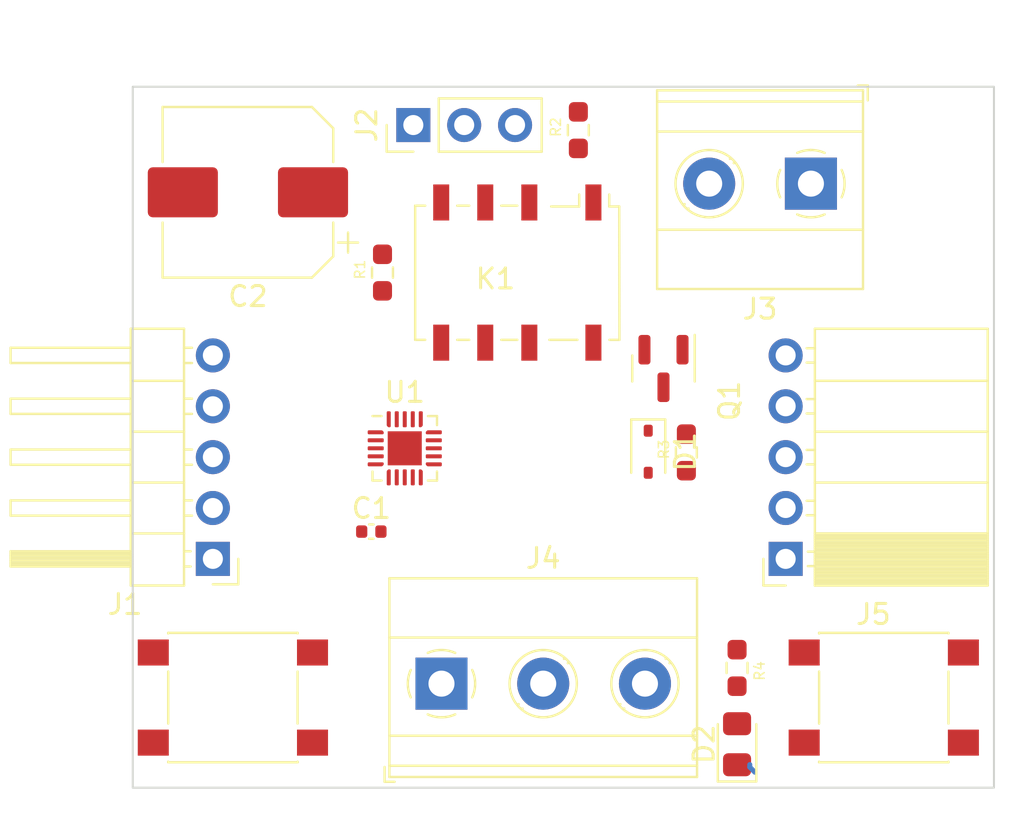
<source format=kicad_pcb>
(kicad_pcb (version 20221018) (generator pcbnew)
  (layers (0 "F.Cu" signal) (31 "B.Cu" signal) (34 "B.Paste" user) (35 "F.Paste" user) (36 "B.SilkS" user "B.Silkscreen") (37 "F.SilkS" user "F.Silkscreen") (38 "B.Mask" user) (39 "F.Mask" user) (44 "Edge.Cuts" user))
  (net 0 "")
  (net 1 "+5V")
  (net 2 "GND")
  (net 3 "Net-(D1-A)")
  (net 4 "Net-(D2-A)")
  (net 5 "/DCC_A")
  (net 6 "/DCC_B")
  (net 7 "/DCC_TTL")
  (net 8 "/servo")
  (net 9 "/FROG")
  (net 10 "/curved")
  (net 11 "/straight")
  (net 15 "Net-(Q1-B)")
  (net 16 "/relay")
  (net 17 "/LED")
  (net 27 "Net-(U1-~{RESET}{slash}PA0)")
  (net 28 "/up")
  (net 29 "/down")
  (footprint "custom_kicad_lib_sk:R_0603_smalltext" (layer "F.Cu") (at 104.47 140.279 90)
    (fp_text reference "R1" (at 0.15 -1.125 90) (layer "F.SilkS") (effects (font (size 0.5 0.5) (thickness 0.075))))
    (fp_text value "10k")
    (fp_line (start -0.254724 -0.5225) (end 0.254724 -0.5225) (stroke (width 0.12)) (layer "F.SilkS"))
    (fp_line (start -0.254724 0.5225) (end 0.254724 0.5225) (stroke (width 0.12)) (layer "F.SilkS"))
    (pad "1" smd roundrect (at -0.9125 0 90) (size 0.975 0.95) (layers "F.Cu" "F.Paste" "F.Mask") (net 27 "Net-(U1-~{RESET}{slash}PA0)"))
    (pad "2" smd roundrect (at 0.9125 0 90) (size 0.975 0.95) (layers "F.Cu" "F.Paste" "F.Mask") (net 1 "+5V"))
  )
  (footprint "custom_kicad_lib_sk:tactile_SMD_6mm" (layer "F.Cu") (at 97 161.5)
    (fp_text reference "SW102" hide)
    (fp_text value "down")
    (fp_line (start -3.23 -3.23) (end 3.23 -3.23) (stroke (width 0.12)) (layer "F.SilkS"))
    (fp_line (start -3.23 -3.2) (end -3.23 -3.23) (stroke (width 0.12)) (layer "F.SilkS"))
    (fp_line (start -3.23 -1.3) (end -3.23 1.3) (stroke (width 0.12)) (layer "F.SilkS"))
    (fp_line (start -3.23 3.23) (end -3.23 3.2) (stroke (width 0.12)) (layer "F.SilkS"))
    (fp_line (start -3.23 3.23) (end 3.23 3.23) (stroke (width 0.12)) (layer "F.SilkS"))
    (fp_line (start 3.23 -3.23) (end 3.23 -3.2) (stroke (width 0.12)) (layer "F.SilkS"))
    (fp_line (start 3.23 -1.3) (end 3.23 1.3) (stroke (width 0.12)) (layer "F.SilkS"))
    (fp_line (start 3.23 3.23) (end 3.23 3.2) (stroke (width 0.12)) (layer "F.SilkS"))
    (pad "1" smd rect (at -3.975 -2.25) (size 1.55 1.3) (layers "F.Cu" "F.Paste" "F.Mask") (net 29 "/down"))
    (pad "1" smd rect (at 3.975 -2.25) (size 1.55 1.3) (layers "F.Cu" "F.Paste" "F.Mask") (net 29 "/down"))
    (pad "2" smd rect (at -3.975 2.25) (size 1.55 1.3) (layers "F.Cu" "F.Paste" "F.Mask") (net 2 "GND"))
    (pad "2" smd rect (at 3.975 2.25) (size 1.55 1.3) (layers "F.Cu" "F.Paste" "F.Mask") (net 2 "GND"))
  )
  (footprint "custom_kicad_lib_sk:R_0603_smalltext" (layer "F.Cu") (at 114.249 133.167 90)
    (fp_text reference "R2" (at 0.15 -1.125 90) (layer "F.SilkS") (effects (font (size 0.5 0.5) (thickness 0.075))))
    (fp_text value "10k")
    (fp_line (start -0.254724 -0.5225) (end 0.254724 -0.5225) (stroke (width 0.12)) (layer "F.SilkS"))
    (fp_line (start -0.254724 0.5225) (end 0.254724 0.5225) (stroke (width 0.12)) (layer "F.SilkS"))
    (pad "1" smd roundrect (at -0.9125 0 90) (size 0.975 0.95) (layers "F.Cu" "F.Paste" "F.Mask") (net 1 "+5V"))
    (pad "2" smd roundrect (at 0.9125 0 90) (size 0.975 0.95) (layers "F.Cu" "F.Paste" "F.Mask") (net 8 "/servo"))
  )
  (footprint "custom_kicad_lib_sk:tactile_SMD_6mm" (layer "F.Cu") (at 129.5 161.5)
    (fp_text reference "SW101" hide)
    (fp_text value "up")
    (fp_line (start -3.23 -3.23) (end 3.23 -3.23) (stroke (width 0.12)) (layer "F.SilkS"))
    (fp_line (start -3.23 -3.2) (end -3.23 -3.23) (stroke (width 0.12)) (layer "F.SilkS"))
    (fp_line (start -3.23 -1.3) (end -3.23 1.3) (stroke (width 0.12)) (layer "F.SilkS"))
    (fp_line (start -3.23 3.23) (end -3.23 3.2) (stroke (width 0.12)) (layer "F.SilkS"))
    (fp_line (start -3.23 3.23) (end 3.23 3.23) (stroke (width 0.12)) (layer "F.SilkS"))
    (fp_line (start 3.23 -3.23) (end 3.23 -3.2) (stroke (width 0.12)) (layer "F.SilkS"))
    (fp_line (start 3.23 -1.3) (end 3.23 1.3) (stroke (width 0.12)) (layer "F.SilkS"))
    (fp_line (start 3.23 3.23) (end 3.23 3.2) (stroke (width 0.12)) (layer "F.SilkS"))
    (pad "1" smd rect (at -3.975 -2.25) (size 1.55 1.3) (layers "F.Cu" "F.Paste" "F.Mask") (net 28 "/up"))
    (pad "1" smd rect (at 3.975 -2.25) (size 1.55 1.3) (layers "F.Cu" "F.Paste" "F.Mask") (net 28 "/up"))
    (pad "2" smd rect (at -3.975 2.25) (size 1.55 1.3) (layers "F.Cu" "F.Paste" "F.Mask") (net 2 "GND"))
    (pad "2" smd rect (at 3.975 2.25) (size 1.55 1.3) (layers "F.Cu" "F.Paste" "F.Mask") (net 2 "GND"))
  )
  (footprint "Relay_SMD:Relay_DPDT_Omron_G6K-2F-Y" (layer "F.Cu") (at 111.201 140.279 -90)
    (fp_text reference "K1" (at 0.31 1.092 -180) (layer "F.SilkS"))
    (fp_text value "G6K-2F-Y-TR DC5")
    (fp_line (start -3.34 0.8) (end -3.34 0) (stroke (width 0.12)) (layer "F.SilkS"))
    (fp_line (start -3.34 3) (end -3.34 2.4) (stroke (width 0.12)) (layer "F.SilkS"))
    (fp_line (start -3.34 5.1) (end -3.34 4.6) (stroke (width 0.12)) (layer "F.SilkS"))
    (fp_line (start -3.3 -5.09) (end -3.3 -4.59) (stroke (width 0.12)) (layer "F.SilkS"))
    (fp_line (start -3.3 -5.09) (end 3.36 -5.1) (stroke (width 0.12)) (layer "F.SilkS"))
    (fp_line (start -3.3 -4.59) (end -3.9 -4.59) (stroke (width 0.12)) (layer "F.SilkS"))
    (fp_line (start -3.3 -3.09) (end -3.9 -3.09) (stroke (width 0.12)) (layer "F.SilkS"))
    (fp_line (start -3.3 -1.69) (end -3.3 -3.09) (stroke (width 0.12)) (layer "F.SilkS"))
    (fp_line (start 3.36 -5.1) (end 3.36 -4.6) (stroke (width 0.12)) (layer "F.SilkS"))
    (fp_line (start 3.36 -3) (end 3.36 -1.6) (stroke (width 0.12)) (layer "F.SilkS"))
    (fp_line (start 3.36 0) (end 3.36 0.8) (stroke (width 0.12)) (layer "F.SilkS"))
    (fp_line (start 3.36 2.4) (end 3.36 3) (stroke (width 0.12)) (layer "F.SilkS"))
    (fp_line (start 3.36 4.6) (end 3.36 5.1) (stroke (width 0.12)) (layer "F.SilkS"))
    (fp_line (start 3.36 5.1) (end -3.34 5.1) (stroke (width 0.12)) (layer "F.SilkS"))
    (pad "1" smd rect (at -3.5 -3.8 270) (size 1.8 0.8) (layers "F.Cu" "F.Paste" "F.Mask") (net 1 "+5V"))
    (pad "2" smd rect (at -3.5 -0.6 270) (size 1.8 0.8) (layers "F.Cu" "F.Paste" "F.Mask") (net 5 "/DCC_A"))
    (pad "3" smd rect (at -3.5 1.6 270) (size 1.8 0.8) (layers "F.Cu" "F.Paste" "F.Mask") (net 9 "/FROG"))
    (pad "4" smd rect (at -3.5 3.8 270) (size 1.8 0.8) (layers "F.Cu" "F.Paste" "F.Mask") (net 6 "/DCC_B"))
    (pad "5" smd rect (at 3.5 3.8 270) (size 1.8 0.8) (layers "F.Cu" "F.Paste" "F.Mask"))
    (pad "6" smd rect (at 3.5 1.6 270) (size 1.8 0.8) (layers "F.Cu" "F.Paste" "F.Mask"))
    (pad "7" smd rect (at 3.5 -0.6 270) (size 1.8 0.8) (layers "F.Cu" "F.Paste" "F.Mask"))
    (pad "8" smd rect (at 3.5 -3.8 270) (size 1.8 0.8) (layers "F.Cu" "F.Paste" "F.Mask") (net 3 "Net-(D1-A)"))
  )
  (footprint "custom_kicad_lib_sk:VQFN-20-1EP_3x3mm_P0.4mm_EP1.7x1.7mm" (layer "F.Cu") (at 105.581 149.054)
    (fp_text reference "U1" (at 0 -2.8) (layer "F.SilkS"))
    (fp_text value "ATtiny1616-M")
    (fp_line (start -1.61 1.61) (end -1.61 1.16) (stroke (width 0.12)) (layer "F.SilkS"))
    (fp_line (start -1.16 -1.61) (end -1.61 -1.61) (stroke (width 0.12)) (layer "F.SilkS"))
    (fp_line (start -1.16 1.61) (end -1.61 1.61) (stroke (width 0.12)) (layer "F.SilkS"))
    (fp_line (start 1.16 -1.61) (end 1.61 -1.61) (stroke (width 0.12)) (layer "F.SilkS"))
    (fp_line (start 1.16 1.61) (end 1.61 1.61) (stroke (width 0.12)) (layer "F.SilkS"))
    (fp_line (start 1.61 -1.61) (end 1.61 -1.16) (stroke (width 0.12)) (layer "F.SilkS"))
    (fp_line (start 1.61 1.61) (end 1.61 1.16) (stroke (width 0.12)) (layer "F.SilkS"))
    (pad "1" smd custom (at -1.45 -0.8) (size 0.143431 0.143431) (layers "F.Cu" "F.Paste" "F.Mask") (net 7 "/DCC_TTL") (options (clearance outline) (anchor circle)) (primitives (gr_poly (pts (xy 0.35 0.000711) (xy 0.35 0.05) (xy -0.35 0.05) (xy -0.35 -0.05) (xy 0.299289 -0.05)) (width 0.1) (fill yes))))
    (pad "2" smd roundrect (at -1.45 -0.4) (size 0.8 0.2) (layers "F.Cu" "F.Paste" "F.Mask") (net 29 "/down"))
    (pad "3" smd roundrect (at -1.45 0) (size 0.8 0.2) (layers "F.Cu" "F.Paste" "F.Mask") (net 2 "GND"))
    (pad "4" smd roundrect (at -1.45 0.4) (size 0.8 0.2) (layers "F.Cu" "F.Paste" "F.Mask") (net 1 "+5V"))
    (pad "5" smd custom (at -1.45 0.8) (size 0.143431 0.143431) (layers "F.Cu" "F.Paste" "F.Mask") (net 28 "/up") (options (clearance outline) (anchor circle)) (primitives (gr_poly (pts (xy 0.35 -0.000711) (xy 0.299289 0.05) (xy -0.35 0.05) (xy -0.35 -0.05) (xy 0.35 -0.05)) (width 0.1) (fill yes))))
    (pad "6" smd custom (at -0.8 1.45) (size 0.143431 0.143431) (layers "F.Cu" "F.Paste" "F.Mask") (net 17 "/LED") (options (clearance outline) (anchor circle)) (primitives (gr_poly (pts (xy 0.05 0.35) (xy -0.05 0.35) (xy -0.05 -0.299289) (xy 0.000711 -0.35) (xy 0.05 -0.35)) (width 0.1) (fill yes))))
    (pad "7" smd roundrect (at -0.4 1.45) (size 0.2 0.8) (layers "F.Cu" "F.Paste" "F.Mask") (net 8 "/servo"))
    (pad "8" smd roundrect (at 0 1.45) (size 0.2 0.8) (layers "F.Cu" "F.Paste" "F.Mask") (net 11 "/straight"))
    (pad "9" smd roundrect (at 0.4 1.45) (size 0.2 0.8) (layers "F.Cu" "F.Paste" "F.Mask"))
    (pad "10" smd custom (at 0.8 1.45) (size 0.143431 0.143431) (layers "F.Cu" "F.Paste" "F.Mask") (options (clearance outline) (anchor circle)) (primitives (gr_poly (pts (xy 0.05 -0.299289) (xy 0.05 0.35) (xy -0.05 0.35) (xy -0.05 -0.35) (xy -0.000711 -0.35)) (width 0.1) (fill yes))))
    (pad "11" smd custom (at 1.45 0.8) (size 0.143431 0.143431) (layers "F.Cu" "F.Paste" "F.Mask") (options (clearance outline) (anchor circle)) (primitives (gr_poly (pts (xy 0.35 0.05) (xy -0.299289 0.05) (xy -0.35 -0.000711) (xy -0.35 -0.05) (xy 0.35 -0.05)) (width 0.1) (fill yes))))
    (pad "12" smd roundrect (at 1.45 0.4) (size 0.8 0.2) (layers "F.Cu" "F.Paste" "F.Mask"))
    (pad "13" smd roundrect (at 1.45 0) (size 0.8 0.2) (layers "F.Cu" "F.Paste" "F.Mask"))
    (pad "14" smd roundrect (at 1.45 -0.4) (size 0.8 0.2) (layers "F.Cu" "F.Paste" "F.Mask") (net 10 "/curved"))
    (pad "15" smd custom (at 1.45 -0.8) (size 0.143431 0.143431) (layers "F.Cu" "F.Paste" "F.Mask") (options (clearance outline) (anchor circle)) (primitives (gr_poly (pts (xy 0.35 0.05) (xy -0.35 0.05) (xy -0.35 0.000711) (xy -0.299289 -0.05) (xy 0.35 -0.05)) (width 0.1) (fill yes))))
    (pad "16" smd custom (at 0.8 -1.45) (size 0.143431 0.143431) (layers "F.Cu" "F.Paste" "F.Mask") (options (clearance outline) (anchor circle)) (primitives (gr_poly (pts (xy 0.05 0.299289) (xy -0.000711 0.35) (xy -0.05 0.35) (xy -0.05 -0.35) (xy 0.05 -0.35)) (width 0.1) (fill yes))))
    (pad "17" smd roundrect (at 0.4 -1.45) (size 0.2 0.8) (layers "F.Cu" "F.Paste" "F.Mask"))
    (pad "18" smd roundrect (at 0 -1.45) (size 0.2 0.8) (layers "F.Cu" "F.Paste" "F.Mask"))
    (pad "19" smd roundrect (at -0.4 -1.45) (size 0.2 0.8) (layers "F.Cu" "F.Paste" "F.Mask") (net 27 "Net-(U1-~{RESET}{slash}PA0)"))
    (pad "20" smd custom (at -0.8 -1.45) (size 0.143431 0.143431) (layers "F.Cu" "F.Paste" "F.Mask") (net 16 "/relay") (options (clearance outline) (anchor circle)) (primitives (gr_poly (pts (xy 0.05 0.35) (xy 0.000711 0.35) (xy -0.05 0.299289) (xy -0.05 -0.35) (xy 0.05 -0.35)) (width 0.1) (fill yes))))
    (pad "21" smd rect (at 0 0) (size 1.7 1.7) (layers "F.Cu" "F.Mask") (net 2 "GND"))
  )
  (footprint "LED_SMD:LED_0805_2012Metric_Pad1.15x1.40mm_HandSolder" (layer "F.Cu") (at 122.174 163.83 90)
    (fp_text reference "D2" (at 0 -1.65 90) (layer "F.SilkS"))
    (fp_text value "LED")
    (fp_line (start -1.86 -0.96) (end -1.86 0.96) (stroke (width 0.12)) (layer "F.SilkS"))
    (fp_line (start -1.86 0.96) (end 1 0.96) (stroke (width 0.12)) (layer "F.SilkS"))
    (fp_line (start 1 -0.96) (end -1.86 -0.96) (stroke (width 0.12)) (layer "F.SilkS"))
    (pad "1" smd roundrect (at -1.025 0 90) (size 1.15 1.4) (layers "F.Cu" "F.Paste" "F.Mask") (roundrect_rratio 0.217391) (net 2 "GND"))
    (pad "2" smd roundrect (at 1.025 0 90) (size 1.15 1.4) (layers "F.Cu" "F.Paste" "F.Mask") (roundrect_rratio 0.217391) (net 4 "Net-(D2-A)"))
  )
  (footprint "TerminalBlock_Phoenix:TerminalBlock_Phoenix_MKDS-1,5-3-5.08_1x03_P5.08mm_Horizontal" (layer "F.Cu") (at 107.415 160.805)
    (fp_text reference "J4" (at 5.08 -6.26) (layer "F.SilkS"))
    (fp_text value "Screw_Terminal_01x03")
    (fp_line (start -2.84 4.16) (end -2.84 4.9) (stroke (width 0.12)) (layer "F.SilkS"))
    (fp_line (start -2.84 4.9) (end -2.34 4.9) (stroke (width 0.12)) (layer "F.SilkS"))
    (fp_line (start -2.6 -5.261) (end -2.6 4.66) (stroke (width 0.12)) (layer "F.SilkS"))
    (fp_line (start -2.6 -5.261) (end 12.76 -5.261) (stroke (width 0.12)) (layer "F.SilkS"))
    (fp_line (start -2.6 -2.301) (end 12.76 -2.301) (stroke (width 0.12)) (layer "F.SilkS"))
    (fp_line (start -2.6 2.6) (end 12.76 2.6) (stroke (width 0.12)) (layer "F.SilkS"))
    (fp_line (start -2.6 4.1) (end 12.76 4.1) (stroke (width 0.12)) (layer "F.SilkS"))
    (fp_line (start -2.6 4.66) (end 12.76 4.66) (stroke (width 0.12)) (layer "F.SilkS"))
    (fp_line (start 3.853 1.023) (end 3.806 1.069) (stroke (width 0.12)) (layer "F.SilkS"))
    (fp_line (start 4.046 1.239) (end 4.011 1.274) (stroke (width 0.12)) (layer "F.SilkS"))
    (fp_line (start 6.15 -1.275) (end 6.115 -1.239) (stroke (width 0.12)) (layer "F.SilkS"))
    (fp_line (start 6.355 -1.069) (end 6.308 -1.023) (stroke (width 0.12)) (layer "F.SilkS"))
    (fp_line (start 8.933 1.023) (end 8.886 1.069) (stroke (width 0.12)) (layer "F.SilkS"))
    (fp_line (start 9.126 1.239) (end 9.091 1.274) (stroke (width 0.12)) (layer "F.SilkS"))
    (fp_line (start 11.23 -1.275) (end 11.195 -1.239) (stroke (width 0.12)) (layer "F.SilkS"))
    (fp_line (start 11.435 -1.069) (end 11.388 -1.023) (stroke (width 0.12)) (layer "F.SilkS"))
    (fp_line (start 12.76 -5.261) (end 12.76 4.66) (stroke (width 0.12)) (layer "F.SilkS"))
    (fp_arc (start -1.535427 0.683042) (mid -1.680501 -0.000524) (end -1.535 -0.684) (stroke (width 0.12)) (layer "F.SilkS"))
    (fp_arc (start -0.683042 -1.535427) (mid 0.000524 -1.680501) (end 0.684 -1.535) (stroke (width 0.12)) (layer "F.SilkS"))
    (fp_arc (start 0.028805 1.680253) (mid -0.335551 1.646659) (end -0.684 1.535) (stroke (width 0.12)) (layer "F.SilkS"))
    (fp_arc (start 0.683318 1.534756) (mid 0.349292 1.643288) (end 0 1.68) (stroke (width 0.12)) (layer "F.SilkS"))
    (fp_arc (start 1.535427 -0.683042) (mid 1.680501 0.000524) (end 1.535 0.684) (stroke (width 0.12)) (layer "F.SilkS"))
    (fp_circle (center 5.08 0) (end 6.76 0) (stroke (width 0.12)) (fill none) (layer "F.SilkS"))
    (fp_circle (center 10.16 0) (end 11.84 0) (stroke (width 0.12)) (fill none) (layer "F.SilkS"))
    (pad "1" thru_hole rect (at 0 0) (size 2.6 2.6) (drill 1.3) (layers "*.Cu" "*.Mask") (net 10 "/curved"))
    (pad "2" thru_hole circle (at 5.08 0) (size 2.6 2.6) (drill 1.3) (layers "*.Cu" "*.Mask") (net 2 "GND"))
    (pad "3" thru_hole circle (at 10.16 0) (size 2.6 2.6) (drill 1.3) (layers "*.Cu" "*.Mask") (net 11 "/straight"))
  )
  (footprint "Capacitor_SMD:CP_Elec_8x10" (layer "F.Cu") (at 97.75 136.271 180)
    (fp_text reference "C2" (at 0 -5.2) (layer "F.SilkS"))
    (fp_text value "C_Polarized")
    (fp_line (start -5.5 -2.51) (end -4.5 -2.51) (stroke (width 0.12)) (layer "F.SilkS"))
    (fp_line (start -5 -3.01) (end -5 -2.01) (stroke (width 0.12)) (layer "F.SilkS"))
    (fp_line (start -4.26 -3.195563) (end -4.26 -1.51) (stroke (width 0.12)) (layer "F.SilkS"))
    (fp_line (start -4.26 -3.195563) (end -3.195563 -4.26) (stroke (width 0.12)) (layer "F.SilkS"))
    (fp_line (start -4.26 3.195563) (end -4.26 1.51) (stroke (width 0.12)) (layer "F.SilkS"))
    (fp_line (start -4.26 3.195563) (end -3.195563 4.26) (stroke (width 0.12)) (layer "F.SilkS"))
    (fp_line (start -3.195563 -4.26) (end 4.26 -4.26) (stroke (width 0.12)) (layer "F.SilkS"))
    (fp_line (start -3.195563 4.26) (end 4.26 4.26) (stroke (width 0.12)) (layer "F.SilkS"))
    (fp_line (start 4.26 -4.26) (end 4.26 -1.51) (stroke (width 0.12)) (layer "F.SilkS"))
    (fp_line (start 4.26 4.26) (end 4.26 1.51) (stroke (width 0.12)) (layer "F.SilkS"))
    (pad "1" smd roundrect (at -3.25 0 180) (size 3.5 2.5) (layers "F.Cu" "F.Paste" "F.Mask") (roundrect_rratio 0.1) (net 1 "+5V"))
    (pad "2" smd roundrect (at 3.25 0 180) (size 3.5 2.5) (layers "F.Cu" "F.Paste" "F.Mask") (roundrect_rratio 0.1) (net 2 "GND"))
  )
  (footprint "Connector_PinSocket_2.54mm:PinSocket_1x05_P2.54mm_Horizontal" (layer "F.Cu") (at 124.6 154.575 180)
    (fp_text reference "J5" (at -4.38 -2.77) (layer "F.SilkS"))
    (fp_text value "Conn_01x05_Socket")
    (fp_line (start -10.09 -1.33) (end -10.09 11.49) (stroke (width 0.12)) (layer "F.SilkS"))
    (fp_line (start -10.09 -1.33) (end -1.46 -1.33) (stroke (width 0.12)) (layer "F.SilkS"))
    (fp_line (start -10.09 -1.21) (end -1.46 -1.21) (stroke (width 0.12)) (layer "F.SilkS"))
    (fp_line (start -10.09 -1.091905) (end -1.46 -1.091905) (stroke (width 0.12)) (layer "F.SilkS"))
    (fp_line (start -10.09 -0.97381) (end -1.46 -0.97381) (stroke (width 0.12)) (layer "F.SilkS"))
    (fp_line (start -10.09 -0.855715) (end -1.46 -0.855715) (stroke (width 0.12)) (layer "F.SilkS"))
    (fp_line (start -10.09 -0.73762) (end -1.46 -0.73762) (stroke (width 0.12)) (layer "F.SilkS"))
    (fp_line (start -10.09 -0.619525) (end -1.46 -0.619525) (stroke (width 0.12)) (layer "F.SilkS"))
    (fp_line (start -10.09 -0.50143) (end -1.46 -0.50143) (stroke (width 0.12)) (layer "F.SilkS"))
    (fp_line (start -10.09 -0.383335) (end -1.46 -0.383335) (stroke (width 0.12)) (layer "F.SilkS"))
    (fp_line (start -10.09 -0.26524) (end -1.46 -0.26524) (stroke (width 0.12)) (layer "F.SilkS"))
    (fp_line (start -10.09 -0.147145) (end -1.46 -0.147145) (stroke (width 0.12)) (layer "F.SilkS"))
    (fp_line (start -10.09 -0.02905) (end -1.46 -0.02905) (stroke (width 0.12)) (layer "F.SilkS"))
    (fp_line (start -10.09 0.089045) (end -1.46 0.089045) (stroke (width 0.12)) (layer "F.SilkS"))
    (fp_line (start -10.09 0.20714) (end -1.46 0.20714) (stroke (width 0.12)) (layer "F.SilkS"))
    (fp_line (start -10.09 0.325235) (end -1.46 0.325235) (stroke (width 0.12)) (layer "F.SilkS"))
    (fp_line (start -10.09 0.44333) (end -1.46 0.44333) (stroke (width 0.12)) (layer "F.SilkS"))
    (fp_line (start -10.09 0.561425) (end -1.46 0.561425) (stroke (width 0.12)) (layer "F.SilkS"))
    (fp_line (start -10.09 0.67952) (end -1.46 0.67952) (stroke (width 0.12)) (layer "F.SilkS"))
    (fp_line (start -10.09 0.797615) (end -1.46 0.797615) (stroke (width 0.12)) (layer "F.SilkS"))
    (fp_line (start -10.09 0.91571) (end -1.46 0.91571) (stroke (width 0.12)) (layer "F.SilkS"))
    (fp_line (start -10.09 1.033805) (end -1.46 1.033805) (stroke (width 0.12)) (layer "F.SilkS"))
    (fp_line (start -10.09 1.1519) (end -1.46 1.1519) (stroke (width 0.12)) (layer "F.SilkS"))
    (fp_line (start -10.09 1.27) (end -1.46 1.27) (stroke (width 0.12)) (layer "F.SilkS"))
    (fp_line (start -10.09 3.81) (end -1.46 3.81) (stroke (width 0.12)) (layer "F.SilkS"))
    (fp_line (start -10.09 6.35) (end -1.46 6.35) (stroke (width 0.12)) (layer "F.SilkS"))
    (fp_line (start -10.09 8.89) (end -1.46 8.89) (stroke (width 0.12)) (layer "F.SilkS"))
    (fp_line (start -10.09 11.49) (end -1.46 11.49) (stroke (width 0.12)) (layer "F.SilkS"))
    (fp_line (start -1.46 -1.33) (end -1.46 11.49) (stroke (width 0.12)) (layer "F.SilkS"))
    (fp_line (start -1.46 -0.36) (end -1.11 -0.36) (stroke (width 0.12)) (layer "F.SilkS"))
    (fp_line (start -1.46 0.36) (end -1.11 0.36) (stroke (width 0.12)) (layer "F.SilkS"))
    (fp_line (start -1.46 2.18) (end -1.05 2.18) (stroke (width 0.12)) (layer "F.SilkS"))
    (fp_line (start -1.46 2.9) (end -1.05 2.9) (stroke (width 0.12)) (layer "F.SilkS"))
    (fp_line (start -1.46 4.72) (end -1.05 4.72) (stroke (width 0.12)) (layer "F.SilkS"))
    (fp_line (start -1.46 5.44) (end -1.05 5.44) (stroke (width 0.12)) (layer "F.SilkS"))
    (fp_line (start -1.46 7.26) (end -1.05 7.26) (stroke (width 0.12)) (layer "F.SilkS"))
    (fp_line (start -1.46 7.98) (end -1.05 7.98) (stroke (width 0.12)) (layer "F.SilkS"))
    (fp_line (start -1.46 9.8) (end -1.05 9.8) (stroke (width 0.12)) (layer "F.SilkS"))
    (fp_line (start -1.46 10.52) (end -1.05 10.52) (stroke (width 0.12)) (layer "F.SilkS"))
    (fp_line (start 0 -1.33) (end 1.11 -1.33) (stroke (width 0.12)) (layer "F.SilkS"))
    (fp_line (start 1.11 -1.33) (end 1.11 0) (stroke (width 0.12)) (layer "F.SilkS"))
    (pad "1" thru_hole rect (at 0 0 180) (size 1.7 1.7) (drill 1) (layers "*.Cu" "*.Mask") (net 5 "/DCC_A"))
    (pad "2" thru_hole oval (at 0 2.54 180) (size 1.7 1.7) (drill 1) (layers "*.Cu" "*.Mask") (net 6 "/DCC_B"))
    (pad "3" thru_hole oval (at 0 5.08 180) (size 1.7 1.7) (drill 1) (layers "*.Cu" "*.Mask") (net 1 "+5V"))
    (pad "4" thru_hole oval (at 0 7.62 180) (size 1.7 1.7) (drill 1) (layers "*.Cu" "*.Mask") (net 2 "GND"))
    (pad "5" thru_hole oval (at 0 10.16 180) (size 1.7 1.7) (drill 1) (layers "*.Cu" "*.Mask") (net 7 "/DCC_TTL"))
  )
  (footprint "Connector_PinHeader_2.54mm:PinHeader_1x03_P2.54mm_Vertical" (layer "F.Cu") (at 106.009 132.913 90)
    (fp_text reference "J2" (at 0 -2.33 90) (layer "F.SilkS"))
    (fp_text value "Conn_01x03_Pin")
    (fp_line (start -1.33 -1.33) (end 0 -1.33) (stroke (width 0.12)) (layer "F.SilkS"))
    (fp_line (start -1.33 0) (end -1.33 -1.33) (stroke (width 0.12)) (layer "F.SilkS"))
    (fp_line (start -1.33 1.27) (end -1.33 6.41) (stroke (width 0.12)) (layer "F.SilkS"))
    (fp_line (start -1.33 1.27) (end 1.33 1.27) (stroke (width 0.12)) (layer "F.SilkS"))
    (fp_line (start -1.33 6.41) (end 1.33 6.41) (stroke (width 0.12)) (layer "F.SilkS"))
    (fp_line (start 1.33 1.27) (end 1.33 6.41) (stroke (width 0.12)) (layer "F.SilkS"))
    (pad "1" thru_hole rect (at 0 0 90) (size 1.7 1.7) (drill 1) (layers "*.Cu" "*.Mask") (net 2 "GND"))
    (pad "2" thru_hole oval (at 0 2.54 90) (size 1.7 1.7) (drill 1) (layers "*.Cu" "*.Mask") (net 1 "+5V"))
    (pad "3" thru_hole oval (at 0 5.08 90) (size 1.7 1.7) (drill 1) (layers "*.Cu" "*.Mask") (net 8 "/servo"))
  )
  (footprint "Capacitor_SMD:C_0402_1005Metric" (layer "F.Cu") (at 103.9114 153.2128)
    (fp_text reference "C1" (at 0 -1.16) (layer "F.SilkS"))
    (fp_text value "100nF")
    (fp_line (start -0.107836 -0.36) (end 0.107836 -0.36) (stroke (width 0.12)) (layer "F.SilkS"))
    (fp_line (start -0.107836 0.36) (end 0.107836 0.36) (stroke (width 0.12)) (layer "F.SilkS"))
    (pad "1" smd roundrect (at -0.48 0) (size 0.56 0.62) (layers "F.Cu" "F.Paste" "F.Mask") (net 1 "+5V"))
    (pad "2" smd roundrect (at 0.48 0) (size 0.56 0.62) (layers "F.Cu" "F.Paste" "F.Mask") (net 2 "GND"))
  )
  (footprint "custom_kicad_lib_sk:R_0603_smalltext" (layer "F.Cu") (at 119.643 149.259 90)
    (fp_text reference "R3" (at 0.15 -1.125 90) (layer "F.SilkS") (effects (font (size 0.5 0.5) (thickness 0.075))))
    (fp_text value "1k")
    (fp_line (start -0.254724 -0.5225) (end 0.254724 -0.5225) (stroke (width 0.12)) (layer "F.SilkS"))
    (fp_line (start -0.254724 0.5225) (end 0.254724 0.5225) (stroke (width 0.12)) (layer "F.SilkS"))
    (pad "1" smd roundrect (at -0.9125 0 90) (size 0.975 0.95) (layers "F.Cu" "F.Paste" "F.Mask") (net 16 "/relay"))
    (pad "2" smd roundrect (at 0.9125 0 90) (size 0.975 0.95) (layers "F.Cu" "F.Paste" "F.Mask") (net 15 "Net-(Q1-B)"))
  )
  (footprint "Connector_PinHeader_2.54mm:PinHeader_1x05_P2.54mm_Horizontal" (layer "F.Cu") (at 96 154.575 180)
    (fp_text reference "J1" (at 4.385 -2.27) (layer "F.SilkS"))
    (fp_text value "Conn_01x05_Pin")
    (fp_line (start -1.27 -1.27) (end 0 -1.27) (stroke (width 0.12)) (layer "F.SilkS"))
    (fp_line (start -1.27 0) (end -1.27 -1.27) (stroke (width 0.12)) (layer "F.SilkS"))
    (fp_line (start 1.042929 2.16) (end 1.44 2.16) (stroke (width 0.12)) (layer "F.SilkS"))
    (fp_line (start 1.042929 2.92) (end 1.44 2.92) (stroke (width 0.12)) (layer "F.SilkS"))
    (fp_line (start 1.042929 4.7) (end 1.44 4.7) (stroke (width 0.12)) (layer "F.SilkS"))
    (fp_line (start 1.042929 5.46) (end 1.44 5.46) (stroke (width 0.12)) (layer "F.SilkS"))
    (fp_line (start 1.042929 7.24) (end 1.44 7.24) (stroke (width 0.12)) (layer "F.SilkS"))
    (fp_line (start 1.042929 8) (end 1.44 8) (stroke (width 0.12)) (layer "F.SilkS"))
    (fp_line (start 1.042929 9.78) (end 1.44 9.78) (stroke (width 0.12)) (layer "F.SilkS"))
    (fp_line (start 1.042929 10.54) (end 1.44 10.54) (stroke (width 0.12)) (layer "F.SilkS"))
    (fp_line (start 1.11 -0.38) (end 1.44 -0.38) (stroke (width 0.12)) (layer "F.SilkS"))
    (fp_line (start 1.11 0.38) (end 1.44 0.38) (stroke (width 0.12)) (layer "F.SilkS"))
    (fp_line (start 1.44 -1.33) (end 1.44 11.49) (stroke (width 0.12)) (layer "F.SilkS"))
    (fp_line (start 1.44 1.27) (end 4.1 1.27) (stroke (width 0.12)) (layer "F.SilkS"))
    (fp_line (start 1.44 3.81) (end 4.1 3.81) (stroke (width 0.12)) (layer "F.SilkS"))
    (fp_line (start 1.44 6.35) (end 4.1 6.35) (stroke (width 0.12)) (layer "F.SilkS"))
    (fp_line (start 1.44 8.89) (end 4.1 8.89) (stroke (width 0.12)) (layer "F.SilkS"))
    (fp_line (start 1.44 11.49) (end 4.1 11.49) (stroke (width 0.12)) (layer "F.SilkS"))
    (fp_line (start 4.1 -1.33) (end 1.44 -1.33) (stroke (width 0.12)) (layer "F.SilkS"))
    (fp_line (start 4.1 -0.38) (end 10.1 -0.38) (stroke (width 0.12)) (layer "F.SilkS"))
    (fp_line (start 4.1 -0.32) (end 10.1 -0.32) (stroke (width 0.12)) (layer "F.SilkS"))
    (fp_line (start 4.1 -0.2) (end 10.1 -0.2) (stroke (width 0.12)) (layer "F.SilkS"))
    (fp_line (start 4.1 -0.08) (end 10.1 -0.08) (stroke (width 0.12)) (layer "F.SilkS"))
    (fp_line (start 4.1 0.04) (end 10.1 0.04) (stroke (width 0.12)) (layer "F.SilkS"))
    (fp_line (start 4.1 0.16) (end 10.1 0.16) (stroke (width 0.12)) (layer "F.SilkS"))
    (fp_line (start 4.1 0.28) (end 10.1 0.28) (stroke (width 0.12)) (layer "F.SilkS"))
    (fp_line (start 4.1 2.16) (end 10.1 2.16) (stroke (width 0.12)) (layer "F.SilkS"))
    (fp_line (start 4.1 4.7) (end 10.1 4.7) (stroke (width 0.12)) (layer "F.SilkS"))
    (fp_line (start 4.1 7.24) (end 10.1 7.24) (stroke (width 0.12)) (layer "F.SilkS"))
    (fp_line (start 4.1 9.78) (end 10.1 9.78) (stroke (width 0.12)) (layer "F.SilkS"))
    (fp_line (start 4.1 11.49) (end 4.1 -1.33) (stroke (width 0.12)) (layer "F.SilkS"))
    (fp_line (start 10.1 -0.38) (end 10.1 0.38) (stroke (width 0.12)) (layer "F.SilkS"))
    (fp_line (start 10.1 0.38) (end 4.1 0.38) (stroke (width 0.12)) (layer "F.SilkS"))
    (fp_line (start 10.1 2.16) (end 10.1 2.92) (stroke (width 0.12)) (layer "F.SilkS"))
    (fp_line (start 10.1 2.92) (end 4.1 2.92) (stroke (width 0.12)) (layer "F.SilkS"))
    (fp_line (start 10.1 4.7) (end 10.1 5.46) (stroke (width 0.12)) (layer "F.SilkS"))
    (fp_line (start 10.1 5.46) (end 4.1 5.46) (stroke (width 0.12)) (layer "F.SilkS"))
    (fp_line (start 10.1 7.24) (end 10.1 8) (stroke (width 0.12)) (layer "F.SilkS"))
    (fp_line (start 10.1 8) (end 4.1 8) (stroke (width 0.12)) (layer "F.SilkS"))
    (fp_line (start 10.1 9.78) (end 10.1 10.54) (stroke (width 0.12)) (layer "F.SilkS"))
    (fp_line (start 10.1 10.54) (end 4.1 10.54) (stroke (width 0.12)) (layer "F.SilkS"))
    (pad "1" thru_hole rect (at 0 0 180) (size 1.7 1.7) (drill 1) (layers "*.Cu" "*.Mask") (net 5 "/DCC_A"))
    (pad "2" thru_hole oval (at 0 2.54 180) (size 1.7 1.7) (drill 1) (layers "*.Cu" "*.Mask") (net 6 "/DCC_B"))
    (pad "3" thru_hole oval (at 0 5.08 180) (size 1.7 1.7) (drill 1) (layers "*.Cu" "*.Mask") (net 1 "+5V"))
    (pad "4" thru_hole oval (at 0 7.62 180) (size 1.7 1.7) (drill 1) (layers "*.Cu" "*.Mask") (net 2 "GND"))
    (pad "5" thru_hole oval (at 0 10.16 180) (size 1.7 1.7) (drill 1) (layers "*.Cu" "*.Mask") (net 7 "/DCC_TTL"))
  )
  (footprint "MountingHole:MountingHole_3.2mm_M3" (layer "F.Cu") (at 112 150)
    (fp_text reference "REF**" hide)
    (fp_text value "MountingHole_3.2mm_M3")
    (pad "" np_thru_hole circle (at 0 0) (size 3.2 3.2) (drill 3.2) (layers "*.Cu" "*.Mask"))
  )
  (footprint "TerminalBlock_Phoenix:TerminalBlock_Phoenix_MKDS-1,5-2-5.08_1x02_P5.08mm_Horizontal" (layer "F.Cu") (at 125.862 135.839 180)
    (fp_text reference "J3" (at 2.54 -6.26) (layer "F.SilkS"))
    (fp_text value "Screw_Terminal_01x02")
    (fp_line (start -2.84 4.16) (end -2.84 4.9) (stroke (width 0.12)) (layer "F.SilkS"))
    (fp_line (start -2.84 4.9) (end -2.34 4.9) (stroke (width 0.12)) (layer "F.SilkS"))
    (fp_line (start -2.6 -5.261) (end -2.6 4.66) (stroke (width 0.12)) (layer "F.SilkS"))
    (fp_line (start -2.6 -5.261) (end 7.68 -5.261) (stroke (width 0.12)) (layer "F.SilkS"))
    (fp_line (start -2.6 -2.301) (end 7.68 -2.301) (stroke (width 0.12)) (layer "F.SilkS"))
    (fp_line (start -2.6 2.6) (end 7.68 2.6) (stroke (width 0.12)) (layer "F.SilkS"))
    (fp_line (start -2.6 4.1) (end 7.68 4.1) (stroke (width 0.12)) (layer "F.SilkS"))
    (fp_line (start -2.6 4.66) (end 7.68 4.66) (stroke (width 0.12)) (layer "F.SilkS"))
    (fp_line (start 3.853 1.023) (end 3.806 1.069) (stroke (width 0.12)) (layer "F.SilkS"))
    (fp_line (start 4.046 1.239) (end 4.011 1.274) (stroke (width 0.12)) (layer "F.SilkS"))
    (fp_line (start 6.15 -1.275) (end 6.115 -1.239) (stroke (width 0.12)) (layer "F.SilkS"))
    (fp_line (start 6.355 -1.069) (end 6.308 -1.023) (stroke (width 0.12)) (layer "F.SilkS"))
    (fp_line (start 7.68 -5.261) (end 7.68 4.66) (stroke (width 0.12)) (layer "F.SilkS"))
    (fp_arc (start -1.535427 0.683042) (mid -1.680501 -0.000524) (end -1.535 -0.684) (stroke (width 0.12)) (layer "F.SilkS"))
    (fp_arc (start -0.683042 -1.535427) (mid 0.000524 -1.680501) (end 0.684 -1.535) (stroke (width 0.12)) (layer "F.SilkS"))
    (fp_arc (start 0.028805 1.680253) (mid -0.335551 1.646659) (end -0.684 1.535) (stroke (width 0.12)) (layer "F.SilkS"))
    (fp_arc (start 0.683318 1.534756) (mid 0.349292 1.643288) (end 0 1.68) (stroke (width 0.12)) (layer "F.SilkS"))
    (fp_arc (start 1.535427 -0.683042) (mid 1.680501 0.000524) (end 1.535 0.684) (stroke (width 0.12)) (layer "F.SilkS"))
    (fp_circle (center 5.08 0) (end 6.76 0) (stroke (width 0.12)) (fill none) (layer "F.SilkS"))
    (pad "1" thru_hole rect (at 0 0 180) (size 2.6 2.6) (drill 1.3) (layers "*.Cu" "*.Mask") (net 9 "/FROG"))
    (pad "2" thru_hole circle (at 5.08 0 180) (size 2.6 2.6) (drill 1.3) (layers "*.Cu" "*.Mask") (net 9 "/FROG"))
  )
  (footprint "custom_kicad_lib_sk:R_0603_smalltext" (layer "F.Cu") (at 122.174 160.02 -90)
    (fp_text reference "R4" (at 0.15 -1.125 90) (layer "F.SilkS") (effects (font (size 0.5 0.5) (thickness 0.075))))
    (fp_text value "6k8")
    (fp_line (start -0.254724 -0.5225) (end 0.254724 -0.5225) (stroke (width 0.12)) (layer "F.SilkS"))
    (fp_line (start -0.254724 0.5225) (end 0.254724 0.5225) (stroke (width 0.12)) (layer "F.SilkS"))
    (pad "1" smd roundrect (at -0.9125 0 270) (size 0.975 0.95) (layers "F.Cu" "F.Paste" "F.Mask") (net 17 "/LED"))
    (pad "2" smd roundrect (at 0.9125 0 270) (size 0.975 0.95) (layers "F.Cu" "F.Paste" "F.Mask") (net 4 "Net-(D2-A)"))
  )
  (footprint "Package_TO_SOT_SMD:SOT-23" (layer "F.Cu") (at 118.5 145.068 -90)
    (fp_text reference "Q1" (at 1.617 -3.293 90) (layer "F.SilkS"))
    (fp_text value "NPN_TOR")
    (fp_line (start 0 -1.56) (end -1.675 -1.56) (stroke (width 0.12)) (layer "F.SilkS"))
    (fp_line (start 0 -1.56) (end 0.65 -1.56) (stroke (width 0.12)) (layer "F.SilkS"))
    (fp_line (start 0 1.56) (end -0.65 1.56) (stroke (width 0.12)) (layer "F.SilkS"))
    (fp_line (start 0 1.56) (end 0.65 1.56) (stroke (width 0.12)) (layer "F.SilkS"))
    (pad "1" smd roundrect (at -0.9375 -0.95 270) (size 1.475 0.6) (layers "F.Cu" "F.Paste" "F.Mask") (net 15 "Net-(Q1-B)"))
    (pad "2" smd roundrect (at -0.9375 0.95 270) (size 1.475 0.6) (layers "F.Cu" "F.Paste" "F.Mask") (net 2 "GND"))
    (pad "3" smd roundrect (at 0.9375 0 270) (size 1.475 0.6) (layers "F.Cu" "F.Paste" "F.Mask") (net 3 "Net-(D1-A)"))
  )
  (footprint "Diode_SMD:D_SOD-323" (layer "F.Cu") (at 117.738 149.225 -90)
    (fp_text reference "D1" (at 0 -1.85 90) (layer "F.SilkS"))
    (fp_text value "1N4148WS")
    (fp_line (start -1.61 -0.85) (end -1.61 0.85) (stroke (width 0.12)) (layer "F.SilkS"))
    (fp_line (start -1.61 -0.85) (end 1.05 -0.85) (stroke (width 0.12)) (layer "F.SilkS"))
    (fp_line (start -1.61 0.85) (end 1.05 0.85) (stroke (width 0.12)) (layer "F.SilkS"))
    (pad "1" smd roundrect (at -1.05 0 270) (size 0.6 0.45) (layers "F.Cu" "F.Paste" "F.Mask") (net 1 "+5V"))
    (pad "2" smd roundrect (at 1.05 0 270) (size 0.6 0.45) (layers "F.Cu" "F.Paste" "F.Mask") (net 3 "Net-(D1-A)"))
  )
  (gr_rect (start 92 131) (end 135 166) (stroke (width 0.1)) (fill none) (layer "Edge.Cuts"))
  (segment (start 123.063 165.227) (end 122.809 164.973) (width 0.25) (layer "B.Cu") (net 0))
  (segment (start 122.809 164.973) (end 122.809 164.846) (width 0.25) (layer "B.Cu") (net 0))
)
</source>
